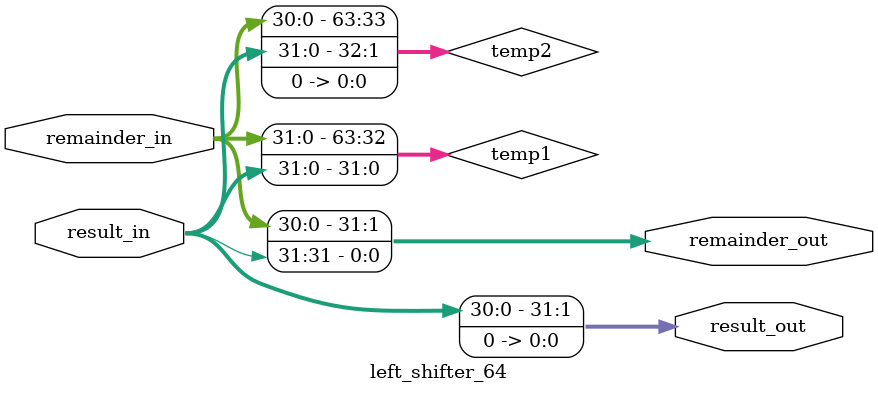
<source format=v>
module left_shifter_64(remainder_in, result_in, remainder_out, result_out);
  input [31:0] remainder_in, result_in;
  output [31:0] remainder_out, result_out;

  wire [63:0] temp1, temp2;
  assign temp1[63:32] = remainder_in;
  assign temp1[31:0] = result_in;

  assign temp2 = temp1 << 1'b1;

  assign remainder_out = temp2[63:32];
  assign result_out = temp2[31:0];
endmodule
</source>
